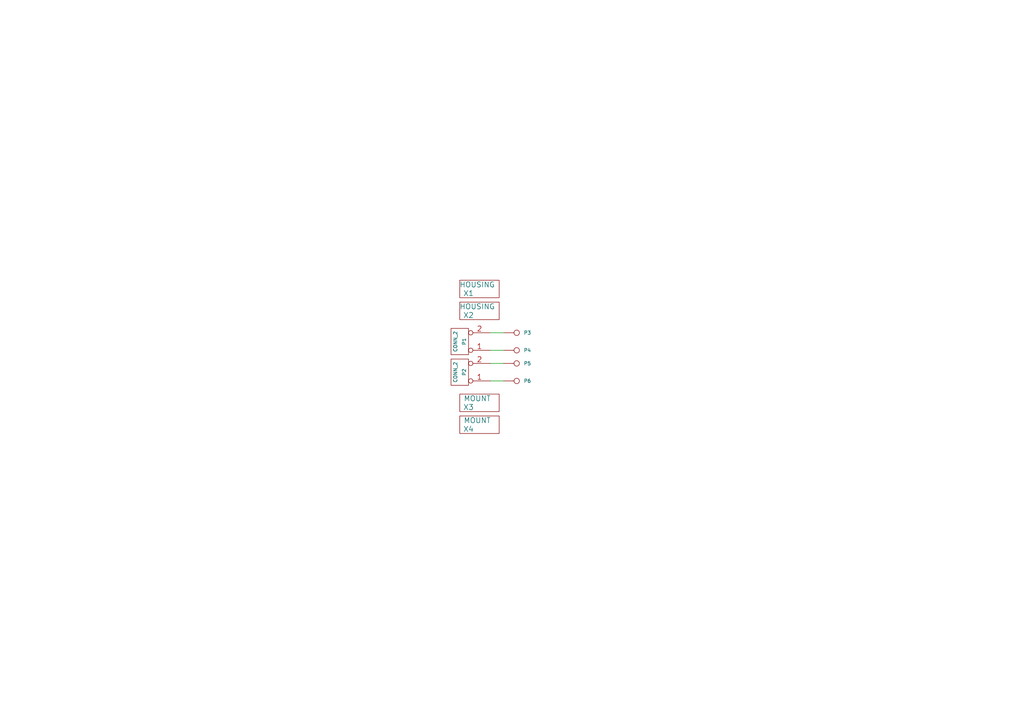
<source format=kicad_sch>
(kicad_sch (version 20230121) (generator eeschema)
  (paper "A4")
  (title_block (title "Martlet 2 Pogo Board") (date "13 Aug 2014") (rev "1") (company "Cambridge University Spaceflight") (comment 1 "Drawn By: Adam Greig"))
  (lib_symbols
    (symbol "m2pogo-rescue:CONN_1" (pin_numbers hide) (pin_names (offset 0.762) hide)
      (property "Reference" "P" (at 2.032 0 0))
      (symbol "CONN_1_0_1"
        (polyline (pts (xy -0.762 0) (xy -1.27 0)))
        (circle (center 0 0) (radius 0.7874))
      )
      (symbol "CONN_1_1_1"
        (pin passive line (at -3.81 0 0) (length 2.54) (name "1") (number "1"))
      )
    )
    (symbol "m2pogo-rescue:CONN_2" (pin_names (offset 1.016) hide)
      (property "Reference" "P" (at -1.27 0 90))
      (property "Value" "CONN_2" (at 1.27 0 90))
      (symbol "CONN_2_0_1"
        (rectangle (start -2.54 3.81) (end 2.54 -3.81))
      )
      (symbol "CONN_2_1_1"
        (pin passive inverted (at -8.89 2.54 0) (length 6.35) (name "P1") (number "1"))
        (pin passive inverted (at -8.89 -2.54 0) (length 6.35) (name "PM") (number "2"))
      )
    )
    (symbol "part:PART" (pin_names (offset 1.016))
      (property "Reference" "X" (at 1.27 0 0))
      (property "Value" "PART" (at 2.54 2.54 0))
      (symbol "PART_0_1"
        (rectangle (start -1.27 3.81) (end 10.16 -1.27))
      )
    )
  )
  (wire (pts (xy 142.24 101.6) (xy 146.05 101.6)))
  (wire (pts (xy 142.24 110.49) (xy 146.05 110.49)))
  (wire (pts (xy 142.24 96.52) (xy 146.05 96.52)))
  (wire (pts (xy 146.05 105.41) (xy 142.24 105.41)))
  (symbol (lib_id "m2pogo-rescue:CONN_1") (at 149.86 96.52 0) (unit 1)
    (property "Reference" "P3" (at 151.892 96.52 0) (effects (font (size 1.016 1.016)) (justify left)))
    (property "Value" "CONN_1" (effects hide))
    (property "Footprint" "m2pogo:POGO" (effects hide))
  )
  (symbol (lib_id "m2pogo-rescue:CONN_1") (at 149.86 101.6 0) (unit 1)
    (property "Reference" "P4" (at 151.892 101.6 0) (effects (font (size 1.016 1.016)) (justify left)))
    (property "Value" "CONN_1" (effects hide))
    (property "Footprint" "m2pogo:POGO" (effects hide))
  )
  (symbol (lib_id "m2pogo-rescue:CONN_1") (at 149.86 105.41 0) (unit 1)
    (property "Reference" "P5" (at 151.892 105.41 0) (effects (font (size 1.016 1.016)) (justify left)))
    (property "Value" "CONN_1" (effects hide))
    (property "Footprint" "m2pogo:POGO" (effects hide))
  )
  (symbol (lib_id "m2pogo-rescue:CONN_1") (at 149.86 110.49 0) (unit 1)
    (property "Reference" "P6" (at 151.892 110.49 0) (effects (font (size 1.016 1.016)) (justify left)))
    (property "Value" "CONN_1" (effects hide))
    (property "Footprint" "m2pogo:POGO" (effects hide))
  )
  (symbol (lib_id "part:PART") (at 134.62 118.11 0) (unit 1)
    (property "Reference" "X3" (at 135.89 118.11 0) (effects (font (size 1.524 1.524))))
    (property "Value" "MOUNT" (at 138.43 115.57 0) (effects (font (size 1.524 1.524))))
    (property "Footprint" "m2pogo:M3_MOUNT" (effects hide))
  )
  (symbol (lib_id "m2pogo-rescue:CONN_2") (at 133.35 99.06 180) (unit 1)
    (property "Reference" "P1" (at 134.62 99.06 90) (effects (font (size 1.016 1.016))))
    (property "Value" "CONN_2" (at 132.08 99.06 90) (effects (font (size 1.016 1.016))))
    (property "Footprint" "m2pogo:S02B-PASK-2" (effects hide))
    (property "Farnell" "1830747" (effects hide))
  )
  (symbol (lib_id "part:PART") (at 134.62 85.09 0) (unit 1)
    (property "Reference" "X1" (at 135.89 85.09 0) (effects (font (size 1.524 1.524))))
    (property "Value" "HOUSING" (at 138.43 82.55 0) (effects (font (size 1.524 1.524))))
    (property "Farnell" "1830726" (effects hide))
  )
  (symbol (lib_id "m2pogo-rescue:CONN_2") (at 133.35 107.95 180) (unit 1)
    (property "Reference" "P2" (at 134.62 107.95 90) (effects (font (size 1.016 1.016))))
    (property "Value" "CONN_2" (at 132.08 107.95 90) (effects (font (size 1.016 1.016))))
    (property "Footprint" "m2pogo:S02B-PASK-2" (effects hide))
    (property "Farnell" "1830747" (effects hide))
  )
  (symbol (lib_id "part:PART") (at 134.62 124.46 0) (unit 1)
    (property "Reference" "X4" (at 135.89 124.46 0) (effects (font (size 1.524 1.524))))
    (property "Value" "MOUNT" (at 138.43 121.92 0) (effects (font (size 1.524 1.524))))
    (property "Footprint" "m2pogo:M3_MOUNT" (effects hide))
  )
  (symbol (lib_id "part:PART") (at 134.62 91.44 0) (unit 1)
    (property "Reference" "X2" (at 135.89 91.44 0) (effects (font (size 1.524 1.524))))
    (property "Value" "HOUSING" (at 138.43 88.9 0) (effects (font (size 1.524 1.524))))
    (property "Farnell" "1830726" (effects hide))
  )
)
</source>
